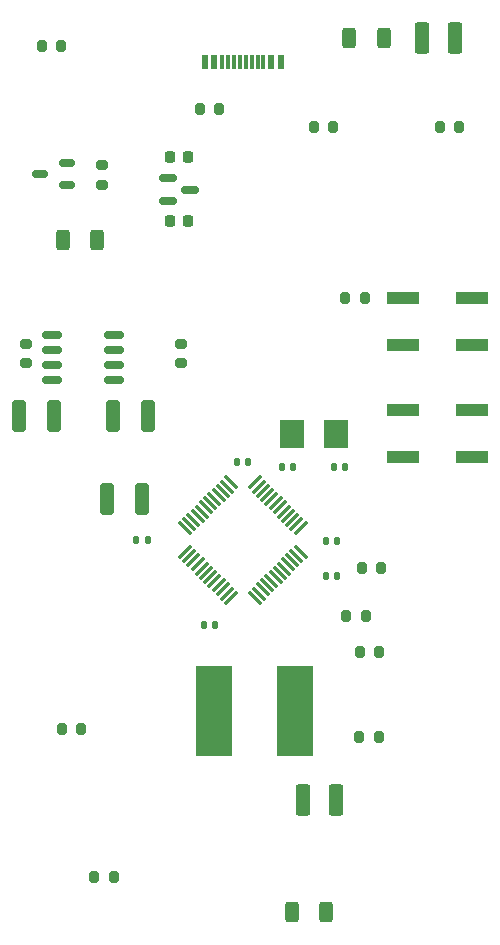
<source format=gbr>
%TF.GenerationSoftware,KiCad,Pcbnew,(6.0.11)*%
%TF.CreationDate,2023-07-13T20:03:18-03:00*%
%TF.ProjectId,Open-Tens,4f70656e-2d54-4656-9e73-2e6b69636164,rev?*%
%TF.SameCoordinates,Original*%
%TF.FileFunction,Paste,Top*%
%TF.FilePolarity,Positive*%
%FSLAX46Y46*%
G04 Gerber Fmt 4.6, Leading zero omitted, Abs format (unit mm)*
G04 Created by KiCad (PCBNEW (6.0.11)) date 2023-07-13 20:03:18*
%MOMM*%
%LPD*%
G01*
G04 APERTURE LIST*
G04 Aperture macros list*
%AMRoundRect*
0 Rectangle with rounded corners*
0 $1 Rounding radius*
0 $2 $3 $4 $5 $6 $7 $8 $9 X,Y pos of 4 corners*
0 Add a 4 corners polygon primitive as box body*
4,1,4,$2,$3,$4,$5,$6,$7,$8,$9,$2,$3,0*
0 Add four circle primitives for the rounded corners*
1,1,$1+$1,$2,$3*
1,1,$1+$1,$4,$5*
1,1,$1+$1,$6,$7*
1,1,$1+$1,$8,$9*
0 Add four rect primitives between the rounded corners*
20,1,$1+$1,$2,$3,$4,$5,0*
20,1,$1+$1,$4,$5,$6,$7,0*
20,1,$1+$1,$6,$7,$8,$9,0*
20,1,$1+$1,$8,$9,$2,$3,0*%
G04 Aperture macros list end*
%ADD10R,3.100000X7.700000*%
%ADD11RoundRect,0.250000X0.325000X1.100000X-0.325000X1.100000X-0.325000X-1.100000X0.325000X-1.100000X0*%
%ADD12R,2.000000X2.400000*%
%ADD13RoundRect,0.075000X0.415425X0.521491X-0.521491X-0.415425X-0.415425X-0.521491X0.521491X0.415425X0*%
%ADD14RoundRect,0.075000X-0.415425X0.521491X-0.521491X0.415425X0.415425X-0.521491X0.521491X-0.415425X0*%
%ADD15RoundRect,0.150000X-0.587500X-0.150000X0.587500X-0.150000X0.587500X0.150000X-0.587500X0.150000X0*%
%ADD16RoundRect,0.150000X-0.675000X-0.150000X0.675000X-0.150000X0.675000X0.150000X-0.675000X0.150000X0*%
%ADD17R,2.800000X1.000000*%
%ADD18RoundRect,0.200000X0.200000X0.275000X-0.200000X0.275000X-0.200000X-0.275000X0.200000X-0.275000X0*%
%ADD19RoundRect,0.200000X-0.200000X-0.275000X0.200000X-0.275000X0.200000X0.275000X-0.200000X0.275000X0*%
%ADD20RoundRect,0.200000X0.275000X-0.200000X0.275000X0.200000X-0.275000X0.200000X-0.275000X-0.200000X0*%
%ADD21RoundRect,0.150000X0.512500X0.150000X-0.512500X0.150000X-0.512500X-0.150000X0.512500X-0.150000X0*%
%ADD22R,0.600000X1.160000*%
%ADD23R,0.300000X1.160000*%
%ADD24RoundRect,0.250000X0.312500X0.625000X-0.312500X0.625000X-0.312500X-0.625000X0.312500X-0.625000X0*%
%ADD25RoundRect,0.250000X-0.312500X-0.625000X0.312500X-0.625000X0.312500X0.625000X-0.312500X0.625000X0*%
%ADD26RoundRect,0.250000X-0.375000X-1.075000X0.375000X-1.075000X0.375000X1.075000X-0.375000X1.075000X0*%
%ADD27RoundRect,0.140000X-0.140000X-0.170000X0.140000X-0.170000X0.140000X0.170000X-0.140000X0.170000X0*%
%ADD28RoundRect,0.140000X0.140000X0.170000X-0.140000X0.170000X-0.140000X-0.170000X0.140000X-0.170000X0*%
%ADD29RoundRect,0.250000X-0.325000X-1.100000X0.325000X-1.100000X0.325000X1.100000X-0.325000X1.100000X0*%
%ADD30RoundRect,0.225000X-0.225000X-0.250000X0.225000X-0.250000X0.225000X0.250000X-0.225000X0.250000X0*%
%ADD31RoundRect,0.225000X0.225000X0.250000X-0.225000X0.250000X-0.225000X-0.250000X0.225000X-0.250000X0*%
G04 APERTURE END LIST*
D10*
%TO.C,L1*%
X159250000Y-119700000D03*
X152350000Y-119700000D03*
%TD*%
D11*
%TO.C,C9*%
X146275000Y-101680000D03*
X143325000Y-101680000D03*
%TD*%
D12*
%TO.C,Y1*%
X162650000Y-96200000D03*
X158950000Y-96200000D03*
%TD*%
D13*
%TO.C,U3*%
X159687876Y-104201212D03*
X159334322Y-103847658D03*
X158980769Y-103494105D03*
X158627215Y-103140551D03*
X158273662Y-102786998D03*
X157920109Y-102433445D03*
X157566555Y-102079891D03*
X157213002Y-101726338D03*
X156859449Y-101372785D03*
X156505895Y-101019231D03*
X156152342Y-100665678D03*
X155798788Y-100312124D03*
D14*
X153801212Y-100312124D03*
X153447658Y-100665678D03*
X153094105Y-101019231D03*
X152740551Y-101372785D03*
X152386998Y-101726338D03*
X152033445Y-102079891D03*
X151679891Y-102433445D03*
X151326338Y-102786998D03*
X150972785Y-103140551D03*
X150619231Y-103494105D03*
X150265678Y-103847658D03*
X149912124Y-104201212D03*
D13*
X149912124Y-106198788D03*
X150265678Y-106552342D03*
X150619231Y-106905895D03*
X150972785Y-107259449D03*
X151326338Y-107613002D03*
X151679891Y-107966555D03*
X152033445Y-108320109D03*
X152386998Y-108673662D03*
X152740551Y-109027215D03*
X153094105Y-109380769D03*
X153447658Y-109734322D03*
X153801212Y-110087876D03*
D14*
X155798788Y-110087876D03*
X156152342Y-109734322D03*
X156505895Y-109380769D03*
X156859449Y-109027215D03*
X157213002Y-108673662D03*
X157566555Y-108320109D03*
X157920109Y-107966555D03*
X158273662Y-107613002D03*
X158627215Y-107259449D03*
X158980769Y-106905895D03*
X159334322Y-106552342D03*
X159687876Y-106198788D03*
%TD*%
D15*
%TO.C,U2*%
X148445307Y-74570137D03*
X148445307Y-76470137D03*
X150320307Y-75520137D03*
%TD*%
D16*
%TO.C,U1*%
X138675000Y-87795000D03*
X138675000Y-89065000D03*
X138675000Y-90335000D03*
X138675000Y-91605000D03*
X143925000Y-91605000D03*
X143925000Y-90335000D03*
X143925000Y-89065000D03*
X143925000Y-87795000D03*
%TD*%
D17*
%TO.C,SELECT*%
X168400000Y-84700000D03*
X174200000Y-84700000D03*
X168400000Y-88700000D03*
X174200000Y-88700000D03*
%TD*%
%TO.C,RESET*%
X168400000Y-94200000D03*
X174200000Y-94200000D03*
X168400000Y-98200000D03*
X174200000Y-98200000D03*
%TD*%
D18*
%TO.C,R15*%
X166512500Y-107600000D03*
X164862500Y-107600000D03*
%TD*%
%TO.C,R14*%
X166350000Y-114700000D03*
X164700000Y-114700000D03*
%TD*%
%TO.C,R13*%
X164670000Y-121900000D03*
X166320000Y-121900000D03*
%TD*%
D19*
%TO.C,R11*%
X151150000Y-68700000D03*
X152800000Y-68700000D03*
%TD*%
D20*
%TO.C,R10*%
X149600000Y-88575000D03*
X149600000Y-90225000D03*
%TD*%
D19*
%TO.C,R9*%
X163475000Y-84700000D03*
X165125000Y-84700000D03*
%TD*%
%TO.C,R8*%
X163575000Y-111600000D03*
X165225000Y-111600000D03*
%TD*%
D18*
%TO.C,R7*%
X139425000Y-63400000D03*
X137775000Y-63400000D03*
%TD*%
%TO.C,R6*%
X162455000Y-70200000D03*
X160805000Y-70200000D03*
%TD*%
%TO.C,R5*%
X173125000Y-70200000D03*
X171475000Y-70200000D03*
%TD*%
D20*
%TO.C,R4*%
X142841671Y-75107894D03*
X142841671Y-73457894D03*
%TD*%
D18*
%TO.C,R3*%
X143862258Y-133700000D03*
X142212258Y-133700000D03*
%TD*%
D20*
%TO.C,R2*%
X136400000Y-90225000D03*
X136400000Y-88575000D03*
%TD*%
D19*
%TO.C,R1*%
X139475000Y-121200000D03*
X141125000Y-121200000D03*
%TD*%
D21*
%TO.C,Q3*%
X137662500Y-74200000D03*
X139937500Y-73250000D03*
X139937500Y-75150000D03*
%TD*%
D22*
%TO.C,J2*%
X158000000Y-64710000D03*
X157200000Y-64710000D03*
D23*
X156050000Y-64710000D03*
X155050000Y-64710000D03*
X154550000Y-64710000D03*
X153550000Y-64710000D03*
D22*
X152400000Y-64710000D03*
X151600000Y-64710000D03*
X151600000Y-64710000D03*
X152400000Y-64710000D03*
D23*
X153050000Y-64710000D03*
X154050000Y-64710000D03*
X155550000Y-64710000D03*
X156550000Y-64710000D03*
D22*
X157200000Y-64710000D03*
X158000000Y-64710000D03*
%TD*%
D24*
%TO.C,F3*%
X161862500Y-136700000D03*
X158937500Y-136700000D03*
%TD*%
D25*
%TO.C,F2*%
X142462500Y-79800000D03*
X139537500Y-79800000D03*
%TD*%
%TO.C,F1*%
X163800000Y-62700000D03*
X166725000Y-62700000D03*
%TD*%
D26*
%TO.C,D4*%
X169962499Y-62700000D03*
X172762499Y-62700000D03*
%TD*%
%TO.C,D1*%
X159900000Y-127200000D03*
X162700000Y-127200000D03*
%TD*%
D27*
%TO.C,C14*%
X161800000Y-105280000D03*
X162760000Y-105280000D03*
%TD*%
%TO.C,C13*%
X161820000Y-108200000D03*
X162780000Y-108200000D03*
%TD*%
D28*
%TO.C,C12*%
X145769180Y-105200000D03*
X146729180Y-105200000D03*
%TD*%
D27*
%TO.C,C11*%
X154320000Y-98600000D03*
X155280000Y-98600000D03*
%TD*%
D28*
%TO.C,C10*%
X152480000Y-112400000D03*
X151520000Y-112400000D03*
%TD*%
%TO.C,C8*%
X159080000Y-99000000D03*
X158120000Y-99000000D03*
%TD*%
D27*
%TO.C,C7*%
X162520000Y-99000000D03*
X163480000Y-99000000D03*
%TD*%
D29*
%TO.C,C6*%
X143825000Y-94700000D03*
X146775000Y-94700000D03*
%TD*%
D30*
%TO.C,C5*%
X148607807Y-78220136D03*
X150157807Y-78220136D03*
%TD*%
D31*
%TO.C,C4*%
X148607807Y-72730137D03*
X150157807Y-72730137D03*
%TD*%
D11*
%TO.C,C1*%
X138775000Y-94700000D03*
X135825000Y-94700000D03*
%TD*%
M02*

</source>
